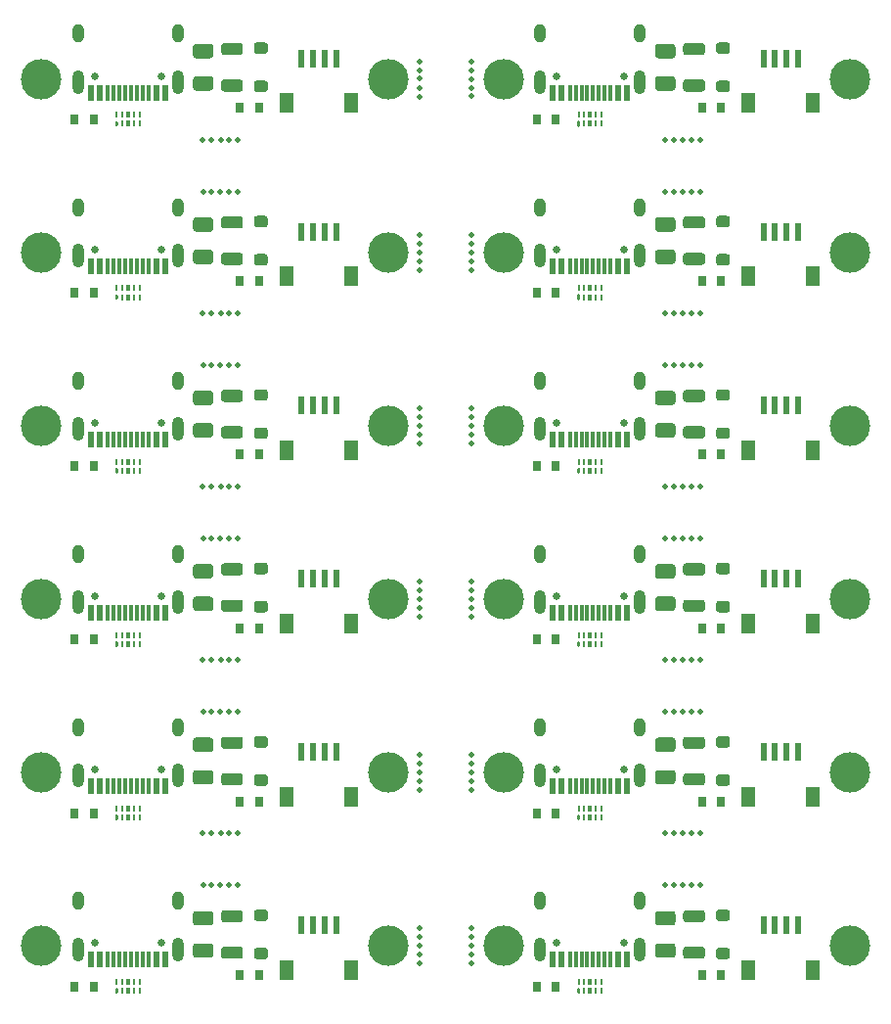
<source format=gbr>
%TF.GenerationSoftware,KiCad,Pcbnew,(5.1.11)-1*%
%TF.CreationDate,2022-08-13T18:26:06+07:00*%
%TF.ProjectId,Eclipse Voyager - Copy,45636c69-7073-4652-9056-6f7961676572,rev?*%
%TF.SameCoordinates,Original*%
%TF.FileFunction,Soldermask,Top*%
%TF.FilePolarity,Negative*%
%FSLAX46Y46*%
G04 Gerber Fmt 4.6, Leading zero omitted, Abs format (unit mm)*
G04 Created by KiCad (PCBNEW (5.1.11)-1) date 2022-08-13 18:26:06*
%MOMM*%
%LPD*%
G01*
G04 APERTURE LIST*
%ADD10O,1.000000X1.600000*%
%ADD11O,1.000000X2.100000*%
%ADD12C,0.650000*%
%ADD13R,0.300000X1.450000*%
%ADD14R,0.600000X1.450000*%
%ADD15C,0.500000*%
%ADD16C,3.500000*%
%ADD17C,2.600000*%
%ADD18R,0.600000X1.550000*%
%ADD19R,1.200000X1.800000*%
%ADD20R,0.800000X0.950000*%
%ADD21R,0.250000X0.550000*%
%ADD22R,0.300000X0.550000*%
G04 APERTURE END LIST*
D10*
%TO.C,USB1*%
X167680000Y-27600000D03*
X176320000Y-27600000D03*
D11*
X167680000Y-31780000D03*
X176320000Y-31780000D03*
D12*
X174890000Y-31250000D03*
X169110000Y-31250000D03*
D13*
X172250000Y-32695000D03*
X171750000Y-32695000D03*
X171250000Y-32695000D03*
X172750000Y-32695000D03*
X170750000Y-32695000D03*
X173250000Y-32695000D03*
X170250000Y-32695000D03*
X173750000Y-32695000D03*
D14*
X174450000Y-32695000D03*
X169550000Y-32695000D03*
X175225000Y-32695000D03*
X168775000Y-32695000D03*
%TD*%
D15*
%TO.C,mouse-bite-3mm-slot*%
X179238000Y-41250000D03*
X178488000Y-41250000D03*
X179988000Y-41250000D03*
X180762000Y-41250000D03*
X181524000Y-41250000D03*
%TD*%
%TO.C,mouse-bite-3mm-slot*%
X178476000Y-96750000D03*
X179238000Y-96750000D03*
X180012000Y-96750000D03*
X181512000Y-96750000D03*
X180762000Y-96750000D03*
%TD*%
%TO.C,mouse-bite-3mm-slot*%
X138476000Y-96750000D03*
X139238000Y-96750000D03*
X140012000Y-96750000D03*
X141512000Y-96750000D03*
X140762000Y-96750000D03*
%TD*%
%TO.C,mouse-bite-3mm-slot*%
X178476000Y-81750000D03*
X179238000Y-81750000D03*
X180012000Y-81750000D03*
X181512000Y-81750000D03*
X180762000Y-81750000D03*
%TD*%
%TO.C,mouse-bite-3mm-slot*%
X138476000Y-81750000D03*
X139238000Y-81750000D03*
X140012000Y-81750000D03*
X141512000Y-81750000D03*
X140762000Y-81750000D03*
%TD*%
%TO.C,mouse-bite-3mm-slot*%
X178476000Y-66750000D03*
X179238000Y-66750000D03*
X180012000Y-66750000D03*
X181512000Y-66750000D03*
X180762000Y-66750000D03*
%TD*%
%TO.C,mouse-bite-3mm-slot*%
X138476000Y-66750000D03*
X139238000Y-66750000D03*
X140012000Y-66750000D03*
X141512000Y-66750000D03*
X140762000Y-66750000D03*
%TD*%
%TO.C,mouse-bite-3mm-slot*%
X178476000Y-51750000D03*
X179238000Y-51750000D03*
X180012000Y-51750000D03*
X181512000Y-51750000D03*
X180762000Y-51750000D03*
%TD*%
%TO.C,mouse-bite-3mm-slot*%
X138476000Y-51750000D03*
X139238000Y-51750000D03*
X140012000Y-51750000D03*
X141512000Y-51750000D03*
X140762000Y-51750000D03*
%TD*%
%TO.C,mouse-bite-3mm-slot*%
X178476000Y-36750000D03*
X179238000Y-36750000D03*
X180012000Y-36750000D03*
X181512000Y-36750000D03*
X180762000Y-36750000D03*
%TD*%
%TO.C,mouse-bite-3mm-slot*%
X179238000Y-101250000D03*
X178488000Y-101250000D03*
X179988000Y-101250000D03*
X180762000Y-101250000D03*
X181524000Y-101250000D03*
%TD*%
%TO.C,mouse-bite-3mm-slot*%
X139238000Y-101250000D03*
X138488000Y-101250000D03*
X139988000Y-101250000D03*
X140762000Y-101250000D03*
X141524000Y-101250000D03*
%TD*%
%TO.C,mouse-bite-3mm-slot*%
X179238000Y-86250000D03*
X178488000Y-86250000D03*
X179988000Y-86250000D03*
X180762000Y-86250000D03*
X181524000Y-86250000D03*
%TD*%
%TO.C,mouse-bite-3mm-slot*%
X139238000Y-86250000D03*
X138488000Y-86250000D03*
X139988000Y-86250000D03*
X140762000Y-86250000D03*
X141524000Y-86250000D03*
%TD*%
%TO.C,mouse-bite-3mm-slot*%
X179238000Y-71250000D03*
X178488000Y-71250000D03*
X179988000Y-71250000D03*
X180762000Y-71250000D03*
X181524000Y-71250000D03*
%TD*%
%TO.C,mouse-bite-3mm-slot*%
X139238000Y-71250000D03*
X138488000Y-71250000D03*
X139988000Y-71250000D03*
X140762000Y-71250000D03*
X141524000Y-71250000D03*
%TD*%
%TO.C,mouse-bite-3mm-slot*%
X179238000Y-56250000D03*
X178488000Y-56250000D03*
X179988000Y-56250000D03*
X180762000Y-56250000D03*
X181524000Y-56250000D03*
%TD*%
%TO.C,mouse-bite-3mm-slot*%
X139238000Y-56250000D03*
X138488000Y-56250000D03*
X139988000Y-56250000D03*
X140762000Y-56250000D03*
X141524000Y-56250000D03*
%TD*%
%TO.C,mouse-bite-3mm-slot*%
X179238000Y-41250000D03*
X178488000Y-41250000D03*
X179988000Y-41250000D03*
X180762000Y-41250000D03*
X181524000Y-41250000D03*
%TD*%
%TO.C,mouse-bite-3mm-slot*%
X141524000Y-41250000D03*
X140762000Y-41250000D03*
X139988000Y-41250000D03*
X138488000Y-41250000D03*
X139238000Y-41250000D03*
%TD*%
%TO.C,mouse-bite-3mm-slot*%
X140762000Y-36750000D03*
X141512000Y-36750000D03*
X140012000Y-36750000D03*
X139238000Y-36750000D03*
X138476000Y-36750000D03*
%TD*%
%TO.C,mouse-bite-3mm-slot*%
X157250000Y-108024000D03*
X157250000Y-107262000D03*
X157250000Y-106488000D03*
X157250000Y-104988000D03*
X157250000Y-105738000D03*
%TD*%
%TO.C,mouse-bite-3mm-slot*%
X157250000Y-93024000D03*
X157250000Y-92262000D03*
X157250000Y-91488000D03*
X157250000Y-89988000D03*
X157250000Y-90738000D03*
%TD*%
%TO.C,mouse-bite-3mm-slot*%
X157250000Y-78024000D03*
X157250000Y-77262000D03*
X157250000Y-76488000D03*
X157250000Y-74988000D03*
X157250000Y-75738000D03*
%TD*%
%TO.C,mouse-bite-3mm-slot*%
X157250000Y-63024000D03*
X157250000Y-62262000D03*
X157250000Y-61488000D03*
X157250000Y-59988000D03*
X157250000Y-60738000D03*
%TD*%
%TO.C,mouse-bite-3mm-slot*%
X157250000Y-48024000D03*
X157250000Y-47262000D03*
X157250000Y-46488000D03*
X157250000Y-44988000D03*
X157250000Y-45738000D03*
%TD*%
%TO.C,mouse-bite-3mm-slot*%
X161750000Y-107262000D03*
X161750000Y-108012000D03*
X161750000Y-106512000D03*
X161750000Y-105738000D03*
X161750000Y-104976000D03*
%TD*%
%TO.C,mouse-bite-3mm-slot*%
X161750000Y-92262000D03*
X161750000Y-93012000D03*
X161750000Y-91512000D03*
X161750000Y-90738000D03*
X161750000Y-89976000D03*
%TD*%
%TO.C,mouse-bite-3mm-slot*%
X161750000Y-77262000D03*
X161750000Y-78012000D03*
X161750000Y-76512000D03*
X161750000Y-75738000D03*
X161750000Y-74976000D03*
%TD*%
%TO.C,mouse-bite-3mm-slot*%
X161750000Y-62262000D03*
X161750000Y-63012000D03*
X161750000Y-61512000D03*
X161750000Y-60738000D03*
X161750000Y-59976000D03*
%TD*%
%TO.C,mouse-bite-3mm-slot*%
X161750000Y-47262000D03*
X161750000Y-48012000D03*
X161750000Y-46512000D03*
X161750000Y-45738000D03*
X161750000Y-44976000D03*
%TD*%
%TO.C,mouse-bite-3mm-slot*%
X161750000Y-29976000D03*
X161750000Y-30738000D03*
X161750000Y-31512000D03*
X161750000Y-33012000D03*
X161750000Y-32262000D03*
%TD*%
%TO.C,mouse-bite-3mm-slot*%
X157250000Y-30738000D03*
X157250000Y-29988000D03*
X157250000Y-31488000D03*
X157250000Y-32262000D03*
X157250000Y-33024000D03*
%TD*%
D16*
%TO.C,H1*%
X194500000Y-106500000D03*
%TD*%
%TO.C,H1*%
X154500000Y-106500000D03*
%TD*%
%TO.C,H1*%
X194500000Y-91500000D03*
%TD*%
%TO.C,H1*%
X154500000Y-91500000D03*
%TD*%
%TO.C,H1*%
X194500000Y-76500000D03*
%TD*%
%TO.C,H1*%
X154500000Y-76500000D03*
%TD*%
%TO.C,H1*%
X194500000Y-61500000D03*
%TD*%
%TO.C,H1*%
X154500000Y-61500000D03*
%TD*%
%TO.C,H1*%
X194500000Y-46500000D03*
%TD*%
%TO.C,H1*%
X154500000Y-46500000D03*
%TD*%
%TO.C,H1*%
X194500000Y-31500000D03*
%TD*%
D17*
%TO.C,H2*%
X164500000Y-106500000D03*
D16*
X164500000Y-106500000D03*
%TD*%
D17*
%TO.C,H2*%
X124500000Y-106500000D03*
D16*
X124500000Y-106500000D03*
%TD*%
D17*
%TO.C,H2*%
X164500000Y-91500000D03*
D16*
X164500000Y-91500000D03*
%TD*%
D17*
%TO.C,H2*%
X124500000Y-91500000D03*
D16*
X124500000Y-91500000D03*
%TD*%
D17*
%TO.C,H2*%
X164500000Y-76500000D03*
D16*
X164500000Y-76500000D03*
%TD*%
D17*
%TO.C,H2*%
X124500000Y-76500000D03*
D16*
X124500000Y-76500000D03*
%TD*%
D17*
%TO.C,H2*%
X164500000Y-61500000D03*
D16*
X164500000Y-61500000D03*
%TD*%
D17*
%TO.C,H2*%
X124500000Y-61500000D03*
D16*
X124500000Y-61500000D03*
%TD*%
D17*
%TO.C,H2*%
X164500000Y-46500000D03*
D16*
X164500000Y-46500000D03*
%TD*%
D17*
%TO.C,H2*%
X124500000Y-46500000D03*
D16*
X124500000Y-46500000D03*
%TD*%
D17*
%TO.C,H2*%
X164500000Y-31500000D03*
D16*
X164500000Y-31500000D03*
%TD*%
D18*
%TO.C,J1*%
X189000000Y-104725000D03*
X190000000Y-104725000D03*
X188000000Y-104725000D03*
X187000000Y-104725000D03*
D19*
X185700000Y-108600000D03*
X191300000Y-108600000D03*
%TD*%
D18*
%TO.C,J1*%
X149000000Y-104725000D03*
X150000000Y-104725000D03*
X148000000Y-104725000D03*
X147000000Y-104725000D03*
D19*
X145700000Y-108600000D03*
X151300000Y-108600000D03*
%TD*%
D18*
%TO.C,J1*%
X189000000Y-89725000D03*
X190000000Y-89725000D03*
X188000000Y-89725000D03*
X187000000Y-89725000D03*
D19*
X185700000Y-93600000D03*
X191300000Y-93600000D03*
%TD*%
D18*
%TO.C,J1*%
X149000000Y-89725000D03*
X150000000Y-89725000D03*
X148000000Y-89725000D03*
X147000000Y-89725000D03*
D19*
X145700000Y-93600000D03*
X151300000Y-93600000D03*
%TD*%
D18*
%TO.C,J1*%
X189000000Y-74725000D03*
X190000000Y-74725000D03*
X188000000Y-74725000D03*
X187000000Y-74725000D03*
D19*
X185700000Y-78600000D03*
X191300000Y-78600000D03*
%TD*%
D18*
%TO.C,J1*%
X149000000Y-74725000D03*
X150000000Y-74725000D03*
X148000000Y-74725000D03*
X147000000Y-74725000D03*
D19*
X145700000Y-78600000D03*
X151300000Y-78600000D03*
%TD*%
D18*
%TO.C,J1*%
X189000000Y-59725000D03*
X190000000Y-59725000D03*
X188000000Y-59725000D03*
X187000000Y-59725000D03*
D19*
X185700000Y-63600000D03*
X191300000Y-63600000D03*
%TD*%
D18*
%TO.C,J1*%
X149000000Y-59725000D03*
X150000000Y-59725000D03*
X148000000Y-59725000D03*
X147000000Y-59725000D03*
D19*
X145700000Y-63600000D03*
X151300000Y-63600000D03*
%TD*%
D18*
%TO.C,J1*%
X189000000Y-44725000D03*
X190000000Y-44725000D03*
X188000000Y-44725000D03*
X187000000Y-44725000D03*
D19*
X185700000Y-48600000D03*
X191300000Y-48600000D03*
%TD*%
D18*
%TO.C,J1*%
X149000000Y-44725000D03*
X150000000Y-44725000D03*
X148000000Y-44725000D03*
X147000000Y-44725000D03*
D19*
X145700000Y-48600000D03*
X151300000Y-48600000D03*
%TD*%
D18*
%TO.C,J1*%
X189000000Y-29725000D03*
X190000000Y-29725000D03*
X188000000Y-29725000D03*
X187000000Y-29725000D03*
D19*
X185700000Y-33600000D03*
X191300000Y-33600000D03*
%TD*%
%TO.C,L1*%
G36*
G01*
X181700001Y-107600000D02*
X180299999Y-107600000D01*
G75*
G02*
X180050000Y-107350001I0J249999D01*
G01*
X180050000Y-106799999D01*
G75*
G02*
X180299999Y-106550000I249999J0D01*
G01*
X181700001Y-106550000D01*
G75*
G02*
X181950000Y-106799999I0J-249999D01*
G01*
X181950000Y-107350001D01*
G75*
G02*
X181700001Y-107600000I-249999J0D01*
G01*
G37*
G36*
G01*
X181700001Y-104450000D02*
X180299999Y-104450000D01*
G75*
G02*
X180050000Y-104200001I0J249999D01*
G01*
X180050000Y-103649999D01*
G75*
G02*
X180299999Y-103400000I249999J0D01*
G01*
X181700001Y-103400000D01*
G75*
G02*
X181950000Y-103649999I0J-249999D01*
G01*
X181950000Y-104200001D01*
G75*
G02*
X181700001Y-104450000I-249999J0D01*
G01*
G37*
%TD*%
%TO.C,L1*%
G36*
G01*
X141700001Y-107600000D02*
X140299999Y-107600000D01*
G75*
G02*
X140050000Y-107350001I0J249999D01*
G01*
X140050000Y-106799999D01*
G75*
G02*
X140299999Y-106550000I249999J0D01*
G01*
X141700001Y-106550000D01*
G75*
G02*
X141950000Y-106799999I0J-249999D01*
G01*
X141950000Y-107350001D01*
G75*
G02*
X141700001Y-107600000I-249999J0D01*
G01*
G37*
G36*
G01*
X141700001Y-104450000D02*
X140299999Y-104450000D01*
G75*
G02*
X140050000Y-104200001I0J249999D01*
G01*
X140050000Y-103649999D01*
G75*
G02*
X140299999Y-103400000I249999J0D01*
G01*
X141700001Y-103400000D01*
G75*
G02*
X141950000Y-103649999I0J-249999D01*
G01*
X141950000Y-104200001D01*
G75*
G02*
X141700001Y-104450000I-249999J0D01*
G01*
G37*
%TD*%
%TO.C,L1*%
G36*
G01*
X181700001Y-92600000D02*
X180299999Y-92600000D01*
G75*
G02*
X180050000Y-92350001I0J249999D01*
G01*
X180050000Y-91799999D01*
G75*
G02*
X180299999Y-91550000I249999J0D01*
G01*
X181700001Y-91550000D01*
G75*
G02*
X181950000Y-91799999I0J-249999D01*
G01*
X181950000Y-92350001D01*
G75*
G02*
X181700001Y-92600000I-249999J0D01*
G01*
G37*
G36*
G01*
X181700001Y-89450000D02*
X180299999Y-89450000D01*
G75*
G02*
X180050000Y-89200001I0J249999D01*
G01*
X180050000Y-88649999D01*
G75*
G02*
X180299999Y-88400000I249999J0D01*
G01*
X181700001Y-88400000D01*
G75*
G02*
X181950000Y-88649999I0J-249999D01*
G01*
X181950000Y-89200001D01*
G75*
G02*
X181700001Y-89450000I-249999J0D01*
G01*
G37*
%TD*%
%TO.C,L1*%
G36*
G01*
X141700001Y-92600000D02*
X140299999Y-92600000D01*
G75*
G02*
X140050000Y-92350001I0J249999D01*
G01*
X140050000Y-91799999D01*
G75*
G02*
X140299999Y-91550000I249999J0D01*
G01*
X141700001Y-91550000D01*
G75*
G02*
X141950000Y-91799999I0J-249999D01*
G01*
X141950000Y-92350001D01*
G75*
G02*
X141700001Y-92600000I-249999J0D01*
G01*
G37*
G36*
G01*
X141700001Y-89450000D02*
X140299999Y-89450000D01*
G75*
G02*
X140050000Y-89200001I0J249999D01*
G01*
X140050000Y-88649999D01*
G75*
G02*
X140299999Y-88400000I249999J0D01*
G01*
X141700001Y-88400000D01*
G75*
G02*
X141950000Y-88649999I0J-249999D01*
G01*
X141950000Y-89200001D01*
G75*
G02*
X141700001Y-89450000I-249999J0D01*
G01*
G37*
%TD*%
%TO.C,L1*%
G36*
G01*
X181700001Y-77600000D02*
X180299999Y-77600000D01*
G75*
G02*
X180050000Y-77350001I0J249999D01*
G01*
X180050000Y-76799999D01*
G75*
G02*
X180299999Y-76550000I249999J0D01*
G01*
X181700001Y-76550000D01*
G75*
G02*
X181950000Y-76799999I0J-249999D01*
G01*
X181950000Y-77350001D01*
G75*
G02*
X181700001Y-77600000I-249999J0D01*
G01*
G37*
G36*
G01*
X181700001Y-74450000D02*
X180299999Y-74450000D01*
G75*
G02*
X180050000Y-74200001I0J249999D01*
G01*
X180050000Y-73649999D01*
G75*
G02*
X180299999Y-73400000I249999J0D01*
G01*
X181700001Y-73400000D01*
G75*
G02*
X181950000Y-73649999I0J-249999D01*
G01*
X181950000Y-74200001D01*
G75*
G02*
X181700001Y-74450000I-249999J0D01*
G01*
G37*
%TD*%
%TO.C,L1*%
G36*
G01*
X141700001Y-77600000D02*
X140299999Y-77600000D01*
G75*
G02*
X140050000Y-77350001I0J249999D01*
G01*
X140050000Y-76799999D01*
G75*
G02*
X140299999Y-76550000I249999J0D01*
G01*
X141700001Y-76550000D01*
G75*
G02*
X141950000Y-76799999I0J-249999D01*
G01*
X141950000Y-77350001D01*
G75*
G02*
X141700001Y-77600000I-249999J0D01*
G01*
G37*
G36*
G01*
X141700001Y-74450000D02*
X140299999Y-74450000D01*
G75*
G02*
X140050000Y-74200001I0J249999D01*
G01*
X140050000Y-73649999D01*
G75*
G02*
X140299999Y-73400000I249999J0D01*
G01*
X141700001Y-73400000D01*
G75*
G02*
X141950000Y-73649999I0J-249999D01*
G01*
X141950000Y-74200001D01*
G75*
G02*
X141700001Y-74450000I-249999J0D01*
G01*
G37*
%TD*%
%TO.C,L1*%
G36*
G01*
X181700001Y-62600000D02*
X180299999Y-62600000D01*
G75*
G02*
X180050000Y-62350001I0J249999D01*
G01*
X180050000Y-61799999D01*
G75*
G02*
X180299999Y-61550000I249999J0D01*
G01*
X181700001Y-61550000D01*
G75*
G02*
X181950000Y-61799999I0J-249999D01*
G01*
X181950000Y-62350001D01*
G75*
G02*
X181700001Y-62600000I-249999J0D01*
G01*
G37*
G36*
G01*
X181700001Y-59450000D02*
X180299999Y-59450000D01*
G75*
G02*
X180050000Y-59200001I0J249999D01*
G01*
X180050000Y-58649999D01*
G75*
G02*
X180299999Y-58400000I249999J0D01*
G01*
X181700001Y-58400000D01*
G75*
G02*
X181950000Y-58649999I0J-249999D01*
G01*
X181950000Y-59200001D01*
G75*
G02*
X181700001Y-59450000I-249999J0D01*
G01*
G37*
%TD*%
%TO.C,L1*%
G36*
G01*
X141700001Y-62600000D02*
X140299999Y-62600000D01*
G75*
G02*
X140050000Y-62350001I0J249999D01*
G01*
X140050000Y-61799999D01*
G75*
G02*
X140299999Y-61550000I249999J0D01*
G01*
X141700001Y-61550000D01*
G75*
G02*
X141950000Y-61799999I0J-249999D01*
G01*
X141950000Y-62350001D01*
G75*
G02*
X141700001Y-62600000I-249999J0D01*
G01*
G37*
G36*
G01*
X141700001Y-59450000D02*
X140299999Y-59450000D01*
G75*
G02*
X140050000Y-59200001I0J249999D01*
G01*
X140050000Y-58649999D01*
G75*
G02*
X140299999Y-58400000I249999J0D01*
G01*
X141700001Y-58400000D01*
G75*
G02*
X141950000Y-58649999I0J-249999D01*
G01*
X141950000Y-59200001D01*
G75*
G02*
X141700001Y-59450000I-249999J0D01*
G01*
G37*
%TD*%
%TO.C,L1*%
G36*
G01*
X181700001Y-47600000D02*
X180299999Y-47600000D01*
G75*
G02*
X180050000Y-47350001I0J249999D01*
G01*
X180050000Y-46799999D01*
G75*
G02*
X180299999Y-46550000I249999J0D01*
G01*
X181700001Y-46550000D01*
G75*
G02*
X181950000Y-46799999I0J-249999D01*
G01*
X181950000Y-47350001D01*
G75*
G02*
X181700001Y-47600000I-249999J0D01*
G01*
G37*
G36*
G01*
X181700001Y-44450000D02*
X180299999Y-44450000D01*
G75*
G02*
X180050000Y-44200001I0J249999D01*
G01*
X180050000Y-43649999D01*
G75*
G02*
X180299999Y-43400000I249999J0D01*
G01*
X181700001Y-43400000D01*
G75*
G02*
X181950000Y-43649999I0J-249999D01*
G01*
X181950000Y-44200001D01*
G75*
G02*
X181700001Y-44450000I-249999J0D01*
G01*
G37*
%TD*%
%TO.C,L1*%
G36*
G01*
X141700001Y-47600000D02*
X140299999Y-47600000D01*
G75*
G02*
X140050000Y-47350001I0J249999D01*
G01*
X140050000Y-46799999D01*
G75*
G02*
X140299999Y-46550000I249999J0D01*
G01*
X141700001Y-46550000D01*
G75*
G02*
X141950000Y-46799999I0J-249999D01*
G01*
X141950000Y-47350001D01*
G75*
G02*
X141700001Y-47600000I-249999J0D01*
G01*
G37*
G36*
G01*
X141700001Y-44450000D02*
X140299999Y-44450000D01*
G75*
G02*
X140050000Y-44200001I0J249999D01*
G01*
X140050000Y-43649999D01*
G75*
G02*
X140299999Y-43400000I249999J0D01*
G01*
X141700001Y-43400000D01*
G75*
G02*
X141950000Y-43649999I0J-249999D01*
G01*
X141950000Y-44200001D01*
G75*
G02*
X141700001Y-44450000I-249999J0D01*
G01*
G37*
%TD*%
%TO.C,L1*%
G36*
G01*
X181700001Y-32600000D02*
X180299999Y-32600000D01*
G75*
G02*
X180050000Y-32350001I0J249999D01*
G01*
X180050000Y-31799999D01*
G75*
G02*
X180299999Y-31550000I249999J0D01*
G01*
X181700001Y-31550000D01*
G75*
G02*
X181950000Y-31799999I0J-249999D01*
G01*
X181950000Y-32350001D01*
G75*
G02*
X181700001Y-32600000I-249999J0D01*
G01*
G37*
G36*
G01*
X181700001Y-29450000D02*
X180299999Y-29450000D01*
G75*
G02*
X180050000Y-29200001I0J249999D01*
G01*
X180050000Y-28649999D01*
G75*
G02*
X180299999Y-28400000I249999J0D01*
G01*
X181700001Y-28400000D01*
G75*
G02*
X181950000Y-28649999I0J-249999D01*
G01*
X181950000Y-29200001D01*
G75*
G02*
X181700001Y-29450000I-249999J0D01*
G01*
G37*
%TD*%
%TO.C,F1*%
G36*
G01*
X179125000Y-107525000D02*
X177875000Y-107525000D01*
G75*
G02*
X177625000Y-107275000I0J250000D01*
G01*
X177625000Y-106525000D01*
G75*
G02*
X177875000Y-106275000I250000J0D01*
G01*
X179125000Y-106275000D01*
G75*
G02*
X179375000Y-106525000I0J-250000D01*
G01*
X179375000Y-107275000D01*
G75*
G02*
X179125000Y-107525000I-250000J0D01*
G01*
G37*
G36*
G01*
X179125000Y-104725000D02*
X177875000Y-104725000D01*
G75*
G02*
X177625000Y-104475000I0J250000D01*
G01*
X177625000Y-103725000D01*
G75*
G02*
X177875000Y-103475000I250000J0D01*
G01*
X179125000Y-103475000D01*
G75*
G02*
X179375000Y-103725000I0J-250000D01*
G01*
X179375000Y-104475000D01*
G75*
G02*
X179125000Y-104725000I-250000J0D01*
G01*
G37*
%TD*%
%TO.C,F1*%
G36*
G01*
X139125000Y-107525000D02*
X137875000Y-107525000D01*
G75*
G02*
X137625000Y-107275000I0J250000D01*
G01*
X137625000Y-106525000D01*
G75*
G02*
X137875000Y-106275000I250000J0D01*
G01*
X139125000Y-106275000D01*
G75*
G02*
X139375000Y-106525000I0J-250000D01*
G01*
X139375000Y-107275000D01*
G75*
G02*
X139125000Y-107525000I-250000J0D01*
G01*
G37*
G36*
G01*
X139125000Y-104725000D02*
X137875000Y-104725000D01*
G75*
G02*
X137625000Y-104475000I0J250000D01*
G01*
X137625000Y-103725000D01*
G75*
G02*
X137875000Y-103475000I250000J0D01*
G01*
X139125000Y-103475000D01*
G75*
G02*
X139375000Y-103725000I0J-250000D01*
G01*
X139375000Y-104475000D01*
G75*
G02*
X139125000Y-104725000I-250000J0D01*
G01*
G37*
%TD*%
%TO.C,F1*%
G36*
G01*
X179125000Y-92525000D02*
X177875000Y-92525000D01*
G75*
G02*
X177625000Y-92275000I0J250000D01*
G01*
X177625000Y-91525000D01*
G75*
G02*
X177875000Y-91275000I250000J0D01*
G01*
X179125000Y-91275000D01*
G75*
G02*
X179375000Y-91525000I0J-250000D01*
G01*
X179375000Y-92275000D01*
G75*
G02*
X179125000Y-92525000I-250000J0D01*
G01*
G37*
G36*
G01*
X179125000Y-89725000D02*
X177875000Y-89725000D01*
G75*
G02*
X177625000Y-89475000I0J250000D01*
G01*
X177625000Y-88725000D01*
G75*
G02*
X177875000Y-88475000I250000J0D01*
G01*
X179125000Y-88475000D01*
G75*
G02*
X179375000Y-88725000I0J-250000D01*
G01*
X179375000Y-89475000D01*
G75*
G02*
X179125000Y-89725000I-250000J0D01*
G01*
G37*
%TD*%
%TO.C,F1*%
G36*
G01*
X139125000Y-92525000D02*
X137875000Y-92525000D01*
G75*
G02*
X137625000Y-92275000I0J250000D01*
G01*
X137625000Y-91525000D01*
G75*
G02*
X137875000Y-91275000I250000J0D01*
G01*
X139125000Y-91275000D01*
G75*
G02*
X139375000Y-91525000I0J-250000D01*
G01*
X139375000Y-92275000D01*
G75*
G02*
X139125000Y-92525000I-250000J0D01*
G01*
G37*
G36*
G01*
X139125000Y-89725000D02*
X137875000Y-89725000D01*
G75*
G02*
X137625000Y-89475000I0J250000D01*
G01*
X137625000Y-88725000D01*
G75*
G02*
X137875000Y-88475000I250000J0D01*
G01*
X139125000Y-88475000D01*
G75*
G02*
X139375000Y-88725000I0J-250000D01*
G01*
X139375000Y-89475000D01*
G75*
G02*
X139125000Y-89725000I-250000J0D01*
G01*
G37*
%TD*%
%TO.C,F1*%
G36*
G01*
X179125000Y-77525000D02*
X177875000Y-77525000D01*
G75*
G02*
X177625000Y-77275000I0J250000D01*
G01*
X177625000Y-76525000D01*
G75*
G02*
X177875000Y-76275000I250000J0D01*
G01*
X179125000Y-76275000D01*
G75*
G02*
X179375000Y-76525000I0J-250000D01*
G01*
X179375000Y-77275000D01*
G75*
G02*
X179125000Y-77525000I-250000J0D01*
G01*
G37*
G36*
G01*
X179125000Y-74725000D02*
X177875000Y-74725000D01*
G75*
G02*
X177625000Y-74475000I0J250000D01*
G01*
X177625000Y-73725000D01*
G75*
G02*
X177875000Y-73475000I250000J0D01*
G01*
X179125000Y-73475000D01*
G75*
G02*
X179375000Y-73725000I0J-250000D01*
G01*
X179375000Y-74475000D01*
G75*
G02*
X179125000Y-74725000I-250000J0D01*
G01*
G37*
%TD*%
%TO.C,F1*%
G36*
G01*
X139125000Y-77525000D02*
X137875000Y-77525000D01*
G75*
G02*
X137625000Y-77275000I0J250000D01*
G01*
X137625000Y-76525000D01*
G75*
G02*
X137875000Y-76275000I250000J0D01*
G01*
X139125000Y-76275000D01*
G75*
G02*
X139375000Y-76525000I0J-250000D01*
G01*
X139375000Y-77275000D01*
G75*
G02*
X139125000Y-77525000I-250000J0D01*
G01*
G37*
G36*
G01*
X139125000Y-74725000D02*
X137875000Y-74725000D01*
G75*
G02*
X137625000Y-74475000I0J250000D01*
G01*
X137625000Y-73725000D01*
G75*
G02*
X137875000Y-73475000I250000J0D01*
G01*
X139125000Y-73475000D01*
G75*
G02*
X139375000Y-73725000I0J-250000D01*
G01*
X139375000Y-74475000D01*
G75*
G02*
X139125000Y-74725000I-250000J0D01*
G01*
G37*
%TD*%
%TO.C,F1*%
G36*
G01*
X179125000Y-62525000D02*
X177875000Y-62525000D01*
G75*
G02*
X177625000Y-62275000I0J250000D01*
G01*
X177625000Y-61525000D01*
G75*
G02*
X177875000Y-61275000I250000J0D01*
G01*
X179125000Y-61275000D01*
G75*
G02*
X179375000Y-61525000I0J-250000D01*
G01*
X179375000Y-62275000D01*
G75*
G02*
X179125000Y-62525000I-250000J0D01*
G01*
G37*
G36*
G01*
X179125000Y-59725000D02*
X177875000Y-59725000D01*
G75*
G02*
X177625000Y-59475000I0J250000D01*
G01*
X177625000Y-58725000D01*
G75*
G02*
X177875000Y-58475000I250000J0D01*
G01*
X179125000Y-58475000D01*
G75*
G02*
X179375000Y-58725000I0J-250000D01*
G01*
X179375000Y-59475000D01*
G75*
G02*
X179125000Y-59725000I-250000J0D01*
G01*
G37*
%TD*%
%TO.C,F1*%
G36*
G01*
X139125000Y-62525000D02*
X137875000Y-62525000D01*
G75*
G02*
X137625000Y-62275000I0J250000D01*
G01*
X137625000Y-61525000D01*
G75*
G02*
X137875000Y-61275000I250000J0D01*
G01*
X139125000Y-61275000D01*
G75*
G02*
X139375000Y-61525000I0J-250000D01*
G01*
X139375000Y-62275000D01*
G75*
G02*
X139125000Y-62525000I-250000J0D01*
G01*
G37*
G36*
G01*
X139125000Y-59725000D02*
X137875000Y-59725000D01*
G75*
G02*
X137625000Y-59475000I0J250000D01*
G01*
X137625000Y-58725000D01*
G75*
G02*
X137875000Y-58475000I250000J0D01*
G01*
X139125000Y-58475000D01*
G75*
G02*
X139375000Y-58725000I0J-250000D01*
G01*
X139375000Y-59475000D01*
G75*
G02*
X139125000Y-59725000I-250000J0D01*
G01*
G37*
%TD*%
%TO.C,F1*%
G36*
G01*
X179125000Y-47525000D02*
X177875000Y-47525000D01*
G75*
G02*
X177625000Y-47275000I0J250000D01*
G01*
X177625000Y-46525000D01*
G75*
G02*
X177875000Y-46275000I250000J0D01*
G01*
X179125000Y-46275000D01*
G75*
G02*
X179375000Y-46525000I0J-250000D01*
G01*
X179375000Y-47275000D01*
G75*
G02*
X179125000Y-47525000I-250000J0D01*
G01*
G37*
G36*
G01*
X179125000Y-44725000D02*
X177875000Y-44725000D01*
G75*
G02*
X177625000Y-44475000I0J250000D01*
G01*
X177625000Y-43725000D01*
G75*
G02*
X177875000Y-43475000I250000J0D01*
G01*
X179125000Y-43475000D01*
G75*
G02*
X179375000Y-43725000I0J-250000D01*
G01*
X179375000Y-44475000D01*
G75*
G02*
X179125000Y-44725000I-250000J0D01*
G01*
G37*
%TD*%
%TO.C,F1*%
G36*
G01*
X139125000Y-47525000D02*
X137875000Y-47525000D01*
G75*
G02*
X137625000Y-47275000I0J250000D01*
G01*
X137625000Y-46525000D01*
G75*
G02*
X137875000Y-46275000I250000J0D01*
G01*
X139125000Y-46275000D01*
G75*
G02*
X139375000Y-46525000I0J-250000D01*
G01*
X139375000Y-47275000D01*
G75*
G02*
X139125000Y-47525000I-250000J0D01*
G01*
G37*
G36*
G01*
X139125000Y-44725000D02*
X137875000Y-44725000D01*
G75*
G02*
X137625000Y-44475000I0J250000D01*
G01*
X137625000Y-43725000D01*
G75*
G02*
X137875000Y-43475000I250000J0D01*
G01*
X139125000Y-43475000D01*
G75*
G02*
X139375000Y-43725000I0J-250000D01*
G01*
X139375000Y-44475000D01*
G75*
G02*
X139125000Y-44725000I-250000J0D01*
G01*
G37*
%TD*%
%TO.C,F1*%
G36*
G01*
X179125000Y-32525000D02*
X177875000Y-32525000D01*
G75*
G02*
X177625000Y-32275000I0J250000D01*
G01*
X177625000Y-31525000D01*
G75*
G02*
X177875000Y-31275000I250000J0D01*
G01*
X179125000Y-31275000D01*
G75*
G02*
X179375000Y-31525000I0J-250000D01*
G01*
X179375000Y-32275000D01*
G75*
G02*
X179125000Y-32525000I-250000J0D01*
G01*
G37*
G36*
G01*
X179125000Y-29725000D02*
X177875000Y-29725000D01*
G75*
G02*
X177625000Y-29475000I0J250000D01*
G01*
X177625000Y-28725000D01*
G75*
G02*
X177875000Y-28475000I250000J0D01*
G01*
X179125000Y-28475000D01*
G75*
G02*
X179375000Y-28725000I0J-250000D01*
G01*
X179375000Y-29475000D01*
G75*
G02*
X179125000Y-29725000I-250000J0D01*
G01*
G37*
%TD*%
D20*
%TO.C,R2*%
X167375000Y-110000000D03*
X169025000Y-110000000D03*
%TD*%
%TO.C,R2*%
X127375000Y-110000000D03*
X129025000Y-110000000D03*
%TD*%
%TO.C,R2*%
X167375000Y-95000000D03*
X169025000Y-95000000D03*
%TD*%
%TO.C,R2*%
X127375000Y-95000000D03*
X129025000Y-95000000D03*
%TD*%
%TO.C,R2*%
X167375000Y-80000000D03*
X169025000Y-80000000D03*
%TD*%
%TO.C,R2*%
X127375000Y-80000000D03*
X129025000Y-80000000D03*
%TD*%
%TO.C,R2*%
X167375000Y-65000000D03*
X169025000Y-65000000D03*
%TD*%
%TO.C,R2*%
X127375000Y-65000000D03*
X129025000Y-65000000D03*
%TD*%
%TO.C,R2*%
X167375000Y-50000000D03*
X169025000Y-50000000D03*
%TD*%
%TO.C,R2*%
X127375000Y-50000000D03*
X129025000Y-50000000D03*
%TD*%
%TO.C,R2*%
X167375000Y-35000000D03*
X169025000Y-35000000D03*
%TD*%
%TO.C,R1*%
X183325000Y-109000000D03*
X181675000Y-109000000D03*
%TD*%
%TO.C,R1*%
X143325000Y-109000000D03*
X141675000Y-109000000D03*
%TD*%
%TO.C,R1*%
X183325000Y-94000000D03*
X181675000Y-94000000D03*
%TD*%
%TO.C,R1*%
X143325000Y-94000000D03*
X141675000Y-94000000D03*
%TD*%
%TO.C,R1*%
X183325000Y-79000000D03*
X181675000Y-79000000D03*
%TD*%
%TO.C,R1*%
X143325000Y-79000000D03*
X141675000Y-79000000D03*
%TD*%
%TO.C,R1*%
X183325000Y-64000000D03*
X181675000Y-64000000D03*
%TD*%
%TO.C,R1*%
X143325000Y-64000000D03*
X141675000Y-64000000D03*
%TD*%
%TO.C,R1*%
X183325000Y-49000000D03*
X181675000Y-49000000D03*
%TD*%
%TO.C,R1*%
X143325000Y-49000000D03*
X141675000Y-49000000D03*
%TD*%
%TO.C,R1*%
X183325000Y-34000000D03*
X181675000Y-34000000D03*
%TD*%
%TO.C,D1*%
G36*
G01*
X183850000Y-107650000D02*
X183150000Y-107650000D01*
G75*
G02*
X182900000Y-107400000I0J250000D01*
G01*
X182900000Y-106900000D01*
G75*
G02*
X183150000Y-106650000I250000J0D01*
G01*
X183850000Y-106650000D01*
G75*
G02*
X184100000Y-106900000I0J-250000D01*
G01*
X184100000Y-107400000D01*
G75*
G02*
X183850000Y-107650000I-250000J0D01*
G01*
G37*
G36*
G01*
X183850000Y-104350000D02*
X183150000Y-104350000D01*
G75*
G02*
X182900000Y-104100000I0J250000D01*
G01*
X182900000Y-103600000D01*
G75*
G02*
X183150000Y-103350000I250000J0D01*
G01*
X183850000Y-103350000D01*
G75*
G02*
X184100000Y-103600000I0J-250000D01*
G01*
X184100000Y-104100000D01*
G75*
G02*
X183850000Y-104350000I-250000J0D01*
G01*
G37*
%TD*%
%TO.C,D1*%
G36*
G01*
X143850000Y-107650000D02*
X143150000Y-107650000D01*
G75*
G02*
X142900000Y-107400000I0J250000D01*
G01*
X142900000Y-106900000D01*
G75*
G02*
X143150000Y-106650000I250000J0D01*
G01*
X143850000Y-106650000D01*
G75*
G02*
X144100000Y-106900000I0J-250000D01*
G01*
X144100000Y-107400000D01*
G75*
G02*
X143850000Y-107650000I-250000J0D01*
G01*
G37*
G36*
G01*
X143850000Y-104350000D02*
X143150000Y-104350000D01*
G75*
G02*
X142900000Y-104100000I0J250000D01*
G01*
X142900000Y-103600000D01*
G75*
G02*
X143150000Y-103350000I250000J0D01*
G01*
X143850000Y-103350000D01*
G75*
G02*
X144100000Y-103600000I0J-250000D01*
G01*
X144100000Y-104100000D01*
G75*
G02*
X143850000Y-104350000I-250000J0D01*
G01*
G37*
%TD*%
%TO.C,D1*%
G36*
G01*
X183850000Y-92650000D02*
X183150000Y-92650000D01*
G75*
G02*
X182900000Y-92400000I0J250000D01*
G01*
X182900000Y-91900000D01*
G75*
G02*
X183150000Y-91650000I250000J0D01*
G01*
X183850000Y-91650000D01*
G75*
G02*
X184100000Y-91900000I0J-250000D01*
G01*
X184100000Y-92400000D01*
G75*
G02*
X183850000Y-92650000I-250000J0D01*
G01*
G37*
G36*
G01*
X183850000Y-89350000D02*
X183150000Y-89350000D01*
G75*
G02*
X182900000Y-89100000I0J250000D01*
G01*
X182900000Y-88600000D01*
G75*
G02*
X183150000Y-88350000I250000J0D01*
G01*
X183850000Y-88350000D01*
G75*
G02*
X184100000Y-88600000I0J-250000D01*
G01*
X184100000Y-89100000D01*
G75*
G02*
X183850000Y-89350000I-250000J0D01*
G01*
G37*
%TD*%
%TO.C,D1*%
G36*
G01*
X143850000Y-92650000D02*
X143150000Y-92650000D01*
G75*
G02*
X142900000Y-92400000I0J250000D01*
G01*
X142900000Y-91900000D01*
G75*
G02*
X143150000Y-91650000I250000J0D01*
G01*
X143850000Y-91650000D01*
G75*
G02*
X144100000Y-91900000I0J-250000D01*
G01*
X144100000Y-92400000D01*
G75*
G02*
X143850000Y-92650000I-250000J0D01*
G01*
G37*
G36*
G01*
X143850000Y-89350000D02*
X143150000Y-89350000D01*
G75*
G02*
X142900000Y-89100000I0J250000D01*
G01*
X142900000Y-88600000D01*
G75*
G02*
X143150000Y-88350000I250000J0D01*
G01*
X143850000Y-88350000D01*
G75*
G02*
X144100000Y-88600000I0J-250000D01*
G01*
X144100000Y-89100000D01*
G75*
G02*
X143850000Y-89350000I-250000J0D01*
G01*
G37*
%TD*%
%TO.C,D1*%
G36*
G01*
X183850000Y-77650000D02*
X183150000Y-77650000D01*
G75*
G02*
X182900000Y-77400000I0J250000D01*
G01*
X182900000Y-76900000D01*
G75*
G02*
X183150000Y-76650000I250000J0D01*
G01*
X183850000Y-76650000D01*
G75*
G02*
X184100000Y-76900000I0J-250000D01*
G01*
X184100000Y-77400000D01*
G75*
G02*
X183850000Y-77650000I-250000J0D01*
G01*
G37*
G36*
G01*
X183850000Y-74350000D02*
X183150000Y-74350000D01*
G75*
G02*
X182900000Y-74100000I0J250000D01*
G01*
X182900000Y-73600000D01*
G75*
G02*
X183150000Y-73350000I250000J0D01*
G01*
X183850000Y-73350000D01*
G75*
G02*
X184100000Y-73600000I0J-250000D01*
G01*
X184100000Y-74100000D01*
G75*
G02*
X183850000Y-74350000I-250000J0D01*
G01*
G37*
%TD*%
%TO.C,D1*%
G36*
G01*
X143850000Y-77650000D02*
X143150000Y-77650000D01*
G75*
G02*
X142900000Y-77400000I0J250000D01*
G01*
X142900000Y-76900000D01*
G75*
G02*
X143150000Y-76650000I250000J0D01*
G01*
X143850000Y-76650000D01*
G75*
G02*
X144100000Y-76900000I0J-250000D01*
G01*
X144100000Y-77400000D01*
G75*
G02*
X143850000Y-77650000I-250000J0D01*
G01*
G37*
G36*
G01*
X143850000Y-74350000D02*
X143150000Y-74350000D01*
G75*
G02*
X142900000Y-74100000I0J250000D01*
G01*
X142900000Y-73600000D01*
G75*
G02*
X143150000Y-73350000I250000J0D01*
G01*
X143850000Y-73350000D01*
G75*
G02*
X144100000Y-73600000I0J-250000D01*
G01*
X144100000Y-74100000D01*
G75*
G02*
X143850000Y-74350000I-250000J0D01*
G01*
G37*
%TD*%
%TO.C,D1*%
G36*
G01*
X183850000Y-62650000D02*
X183150000Y-62650000D01*
G75*
G02*
X182900000Y-62400000I0J250000D01*
G01*
X182900000Y-61900000D01*
G75*
G02*
X183150000Y-61650000I250000J0D01*
G01*
X183850000Y-61650000D01*
G75*
G02*
X184100000Y-61900000I0J-250000D01*
G01*
X184100000Y-62400000D01*
G75*
G02*
X183850000Y-62650000I-250000J0D01*
G01*
G37*
G36*
G01*
X183850000Y-59350000D02*
X183150000Y-59350000D01*
G75*
G02*
X182900000Y-59100000I0J250000D01*
G01*
X182900000Y-58600000D01*
G75*
G02*
X183150000Y-58350000I250000J0D01*
G01*
X183850000Y-58350000D01*
G75*
G02*
X184100000Y-58600000I0J-250000D01*
G01*
X184100000Y-59100000D01*
G75*
G02*
X183850000Y-59350000I-250000J0D01*
G01*
G37*
%TD*%
%TO.C,D1*%
G36*
G01*
X143850000Y-62650000D02*
X143150000Y-62650000D01*
G75*
G02*
X142900000Y-62400000I0J250000D01*
G01*
X142900000Y-61900000D01*
G75*
G02*
X143150000Y-61650000I250000J0D01*
G01*
X143850000Y-61650000D01*
G75*
G02*
X144100000Y-61900000I0J-250000D01*
G01*
X144100000Y-62400000D01*
G75*
G02*
X143850000Y-62650000I-250000J0D01*
G01*
G37*
G36*
G01*
X143850000Y-59350000D02*
X143150000Y-59350000D01*
G75*
G02*
X142900000Y-59100000I0J250000D01*
G01*
X142900000Y-58600000D01*
G75*
G02*
X143150000Y-58350000I250000J0D01*
G01*
X143850000Y-58350000D01*
G75*
G02*
X144100000Y-58600000I0J-250000D01*
G01*
X144100000Y-59100000D01*
G75*
G02*
X143850000Y-59350000I-250000J0D01*
G01*
G37*
%TD*%
%TO.C,D1*%
G36*
G01*
X183850000Y-47650000D02*
X183150000Y-47650000D01*
G75*
G02*
X182900000Y-47400000I0J250000D01*
G01*
X182900000Y-46900000D01*
G75*
G02*
X183150000Y-46650000I250000J0D01*
G01*
X183850000Y-46650000D01*
G75*
G02*
X184100000Y-46900000I0J-250000D01*
G01*
X184100000Y-47400000D01*
G75*
G02*
X183850000Y-47650000I-250000J0D01*
G01*
G37*
G36*
G01*
X183850000Y-44350000D02*
X183150000Y-44350000D01*
G75*
G02*
X182900000Y-44100000I0J250000D01*
G01*
X182900000Y-43600000D01*
G75*
G02*
X183150000Y-43350000I250000J0D01*
G01*
X183850000Y-43350000D01*
G75*
G02*
X184100000Y-43600000I0J-250000D01*
G01*
X184100000Y-44100000D01*
G75*
G02*
X183850000Y-44350000I-250000J0D01*
G01*
G37*
%TD*%
%TO.C,D1*%
G36*
G01*
X143850000Y-47650000D02*
X143150000Y-47650000D01*
G75*
G02*
X142900000Y-47400000I0J250000D01*
G01*
X142900000Y-46900000D01*
G75*
G02*
X143150000Y-46650000I250000J0D01*
G01*
X143850000Y-46650000D01*
G75*
G02*
X144100000Y-46900000I0J-250000D01*
G01*
X144100000Y-47400000D01*
G75*
G02*
X143850000Y-47650000I-250000J0D01*
G01*
G37*
G36*
G01*
X143850000Y-44350000D02*
X143150000Y-44350000D01*
G75*
G02*
X142900000Y-44100000I0J250000D01*
G01*
X142900000Y-43600000D01*
G75*
G02*
X143150000Y-43350000I250000J0D01*
G01*
X143850000Y-43350000D01*
G75*
G02*
X144100000Y-43600000I0J-250000D01*
G01*
X144100000Y-44100000D01*
G75*
G02*
X143850000Y-44350000I-250000J0D01*
G01*
G37*
%TD*%
%TO.C,D1*%
G36*
G01*
X183850000Y-32650000D02*
X183150000Y-32650000D01*
G75*
G02*
X182900000Y-32400000I0J250000D01*
G01*
X182900000Y-31900000D01*
G75*
G02*
X183150000Y-31650000I250000J0D01*
G01*
X183850000Y-31650000D01*
G75*
G02*
X184100000Y-31900000I0J-250000D01*
G01*
X184100000Y-32400000D01*
G75*
G02*
X183850000Y-32650000I-250000J0D01*
G01*
G37*
G36*
G01*
X183850000Y-29350000D02*
X183150000Y-29350000D01*
G75*
G02*
X182900000Y-29100000I0J250000D01*
G01*
X182900000Y-28600000D01*
G75*
G02*
X183150000Y-28350000I250000J0D01*
G01*
X183850000Y-28350000D01*
G75*
G02*
X184100000Y-28600000I0J-250000D01*
G01*
X184100000Y-29100000D01*
G75*
G02*
X183850000Y-29350000I-250000J0D01*
G01*
G37*
%TD*%
%TO.C,U1*%
G36*
G01*
X170875000Y-110535000D02*
X170875000Y-110235000D01*
G75*
G02*
X171000000Y-110110000I125000J0D01*
G01*
X171000000Y-110110000D01*
G75*
G02*
X171125000Y-110235000I0J-125000D01*
G01*
X171125000Y-110535000D01*
G75*
G02*
X171000000Y-110660000I-125000J0D01*
G01*
X171000000Y-110660000D01*
G75*
G02*
X170875000Y-110535000I0J125000D01*
G01*
G37*
D21*
X171500000Y-110385000D03*
D22*
X172000000Y-110385000D03*
D21*
X172500000Y-110385000D03*
X173000000Y-110385000D03*
X171500000Y-109615000D03*
X173000000Y-109615000D03*
X172500000Y-109615000D03*
X171000000Y-109615000D03*
D22*
X172000000Y-109615000D03*
%TD*%
%TO.C,U1*%
G36*
G01*
X130875000Y-110535000D02*
X130875000Y-110235000D01*
G75*
G02*
X131000000Y-110110000I125000J0D01*
G01*
X131000000Y-110110000D01*
G75*
G02*
X131125000Y-110235000I0J-125000D01*
G01*
X131125000Y-110535000D01*
G75*
G02*
X131000000Y-110660000I-125000J0D01*
G01*
X131000000Y-110660000D01*
G75*
G02*
X130875000Y-110535000I0J125000D01*
G01*
G37*
D21*
X131500000Y-110385000D03*
D22*
X132000000Y-110385000D03*
D21*
X132500000Y-110385000D03*
X133000000Y-110385000D03*
X131500000Y-109615000D03*
X133000000Y-109615000D03*
X132500000Y-109615000D03*
X131000000Y-109615000D03*
D22*
X132000000Y-109615000D03*
%TD*%
%TO.C,U1*%
G36*
G01*
X170875000Y-95535000D02*
X170875000Y-95235000D01*
G75*
G02*
X171000000Y-95110000I125000J0D01*
G01*
X171000000Y-95110000D01*
G75*
G02*
X171125000Y-95235000I0J-125000D01*
G01*
X171125000Y-95535000D01*
G75*
G02*
X171000000Y-95660000I-125000J0D01*
G01*
X171000000Y-95660000D01*
G75*
G02*
X170875000Y-95535000I0J125000D01*
G01*
G37*
D21*
X171500000Y-95385000D03*
D22*
X172000000Y-95385000D03*
D21*
X172500000Y-95385000D03*
X173000000Y-95385000D03*
X171500000Y-94615000D03*
X173000000Y-94615000D03*
X172500000Y-94615000D03*
X171000000Y-94615000D03*
D22*
X172000000Y-94615000D03*
%TD*%
%TO.C,U1*%
G36*
G01*
X130875000Y-95535000D02*
X130875000Y-95235000D01*
G75*
G02*
X131000000Y-95110000I125000J0D01*
G01*
X131000000Y-95110000D01*
G75*
G02*
X131125000Y-95235000I0J-125000D01*
G01*
X131125000Y-95535000D01*
G75*
G02*
X131000000Y-95660000I-125000J0D01*
G01*
X131000000Y-95660000D01*
G75*
G02*
X130875000Y-95535000I0J125000D01*
G01*
G37*
D21*
X131500000Y-95385000D03*
D22*
X132000000Y-95385000D03*
D21*
X132500000Y-95385000D03*
X133000000Y-95385000D03*
X131500000Y-94615000D03*
X133000000Y-94615000D03*
X132500000Y-94615000D03*
X131000000Y-94615000D03*
D22*
X132000000Y-94615000D03*
%TD*%
%TO.C,U1*%
G36*
G01*
X170875000Y-80535000D02*
X170875000Y-80235000D01*
G75*
G02*
X171000000Y-80110000I125000J0D01*
G01*
X171000000Y-80110000D01*
G75*
G02*
X171125000Y-80235000I0J-125000D01*
G01*
X171125000Y-80535000D01*
G75*
G02*
X171000000Y-80660000I-125000J0D01*
G01*
X171000000Y-80660000D01*
G75*
G02*
X170875000Y-80535000I0J125000D01*
G01*
G37*
D21*
X171500000Y-80385000D03*
D22*
X172000000Y-80385000D03*
D21*
X172500000Y-80385000D03*
X173000000Y-80385000D03*
X171500000Y-79615000D03*
X173000000Y-79615000D03*
X172500000Y-79615000D03*
X171000000Y-79615000D03*
D22*
X172000000Y-79615000D03*
%TD*%
%TO.C,U1*%
G36*
G01*
X130875000Y-80535000D02*
X130875000Y-80235000D01*
G75*
G02*
X131000000Y-80110000I125000J0D01*
G01*
X131000000Y-80110000D01*
G75*
G02*
X131125000Y-80235000I0J-125000D01*
G01*
X131125000Y-80535000D01*
G75*
G02*
X131000000Y-80660000I-125000J0D01*
G01*
X131000000Y-80660000D01*
G75*
G02*
X130875000Y-80535000I0J125000D01*
G01*
G37*
D21*
X131500000Y-80385000D03*
D22*
X132000000Y-80385000D03*
D21*
X132500000Y-80385000D03*
X133000000Y-80385000D03*
X131500000Y-79615000D03*
X133000000Y-79615000D03*
X132500000Y-79615000D03*
X131000000Y-79615000D03*
D22*
X132000000Y-79615000D03*
%TD*%
%TO.C,U1*%
G36*
G01*
X170875000Y-65535000D02*
X170875000Y-65235000D01*
G75*
G02*
X171000000Y-65110000I125000J0D01*
G01*
X171000000Y-65110000D01*
G75*
G02*
X171125000Y-65235000I0J-125000D01*
G01*
X171125000Y-65535000D01*
G75*
G02*
X171000000Y-65660000I-125000J0D01*
G01*
X171000000Y-65660000D01*
G75*
G02*
X170875000Y-65535000I0J125000D01*
G01*
G37*
D21*
X171500000Y-65385000D03*
D22*
X172000000Y-65385000D03*
D21*
X172500000Y-65385000D03*
X173000000Y-65385000D03*
X171500000Y-64615000D03*
X173000000Y-64615000D03*
X172500000Y-64615000D03*
X171000000Y-64615000D03*
D22*
X172000000Y-64615000D03*
%TD*%
%TO.C,U1*%
G36*
G01*
X130875000Y-65535000D02*
X130875000Y-65235000D01*
G75*
G02*
X131000000Y-65110000I125000J0D01*
G01*
X131000000Y-65110000D01*
G75*
G02*
X131125000Y-65235000I0J-125000D01*
G01*
X131125000Y-65535000D01*
G75*
G02*
X131000000Y-65660000I-125000J0D01*
G01*
X131000000Y-65660000D01*
G75*
G02*
X130875000Y-65535000I0J125000D01*
G01*
G37*
D21*
X131500000Y-65385000D03*
D22*
X132000000Y-65385000D03*
D21*
X132500000Y-65385000D03*
X133000000Y-65385000D03*
X131500000Y-64615000D03*
X133000000Y-64615000D03*
X132500000Y-64615000D03*
X131000000Y-64615000D03*
D22*
X132000000Y-64615000D03*
%TD*%
%TO.C,U1*%
G36*
G01*
X170875000Y-50535000D02*
X170875000Y-50235000D01*
G75*
G02*
X171000000Y-50110000I125000J0D01*
G01*
X171000000Y-50110000D01*
G75*
G02*
X171125000Y-50235000I0J-125000D01*
G01*
X171125000Y-50535000D01*
G75*
G02*
X171000000Y-50660000I-125000J0D01*
G01*
X171000000Y-50660000D01*
G75*
G02*
X170875000Y-50535000I0J125000D01*
G01*
G37*
D21*
X171500000Y-50385000D03*
D22*
X172000000Y-50385000D03*
D21*
X172500000Y-50385000D03*
X173000000Y-50385000D03*
X171500000Y-49615000D03*
X173000000Y-49615000D03*
X172500000Y-49615000D03*
X171000000Y-49615000D03*
D22*
X172000000Y-49615000D03*
%TD*%
%TO.C,U1*%
G36*
G01*
X130875000Y-50535000D02*
X130875000Y-50235000D01*
G75*
G02*
X131000000Y-50110000I125000J0D01*
G01*
X131000000Y-50110000D01*
G75*
G02*
X131125000Y-50235000I0J-125000D01*
G01*
X131125000Y-50535000D01*
G75*
G02*
X131000000Y-50660000I-125000J0D01*
G01*
X131000000Y-50660000D01*
G75*
G02*
X130875000Y-50535000I0J125000D01*
G01*
G37*
D21*
X131500000Y-50385000D03*
D22*
X132000000Y-50385000D03*
D21*
X132500000Y-50385000D03*
X133000000Y-50385000D03*
X131500000Y-49615000D03*
X133000000Y-49615000D03*
X132500000Y-49615000D03*
X131000000Y-49615000D03*
D22*
X132000000Y-49615000D03*
%TD*%
%TO.C,U1*%
G36*
G01*
X170875000Y-35535000D02*
X170875000Y-35235000D01*
G75*
G02*
X171000000Y-35110000I125000J0D01*
G01*
X171000000Y-35110000D01*
G75*
G02*
X171125000Y-35235000I0J-125000D01*
G01*
X171125000Y-35535000D01*
G75*
G02*
X171000000Y-35660000I-125000J0D01*
G01*
X171000000Y-35660000D01*
G75*
G02*
X170875000Y-35535000I0J125000D01*
G01*
G37*
D21*
X171500000Y-35385000D03*
D22*
X172000000Y-35385000D03*
D21*
X172500000Y-35385000D03*
X173000000Y-35385000D03*
X171500000Y-34615000D03*
X173000000Y-34615000D03*
X172500000Y-34615000D03*
X171000000Y-34615000D03*
D22*
X172000000Y-34615000D03*
%TD*%
D10*
%TO.C,USB1*%
X167680000Y-102600000D03*
X176320000Y-102600000D03*
D11*
X167680000Y-106780000D03*
X176320000Y-106780000D03*
D12*
X174890000Y-106250000D03*
X169110000Y-106250000D03*
D13*
X172250000Y-107695000D03*
X171750000Y-107695000D03*
X171250000Y-107695000D03*
X172750000Y-107695000D03*
X170750000Y-107695000D03*
X173250000Y-107695000D03*
X170250000Y-107695000D03*
X173750000Y-107695000D03*
D14*
X174450000Y-107695000D03*
X169550000Y-107695000D03*
X175225000Y-107695000D03*
X168775000Y-107695000D03*
%TD*%
D10*
%TO.C,USB1*%
X127680000Y-102600000D03*
X136320000Y-102600000D03*
D11*
X127680000Y-106780000D03*
X136320000Y-106780000D03*
D12*
X134890000Y-106250000D03*
X129110000Y-106250000D03*
D13*
X132250000Y-107695000D03*
X131750000Y-107695000D03*
X131250000Y-107695000D03*
X132750000Y-107695000D03*
X130750000Y-107695000D03*
X133250000Y-107695000D03*
X130250000Y-107695000D03*
X133750000Y-107695000D03*
D14*
X134450000Y-107695000D03*
X129550000Y-107695000D03*
X135225000Y-107695000D03*
X128775000Y-107695000D03*
%TD*%
D10*
%TO.C,USB1*%
X167680000Y-87600000D03*
X176320000Y-87600000D03*
D11*
X167680000Y-91780000D03*
X176320000Y-91780000D03*
D12*
X174890000Y-91250000D03*
X169110000Y-91250000D03*
D13*
X172250000Y-92695000D03*
X171750000Y-92695000D03*
X171250000Y-92695000D03*
X172750000Y-92695000D03*
X170750000Y-92695000D03*
X173250000Y-92695000D03*
X170250000Y-92695000D03*
X173750000Y-92695000D03*
D14*
X174450000Y-92695000D03*
X169550000Y-92695000D03*
X175225000Y-92695000D03*
X168775000Y-92695000D03*
%TD*%
D10*
%TO.C,USB1*%
X127680000Y-87600000D03*
X136320000Y-87600000D03*
D11*
X127680000Y-91780000D03*
X136320000Y-91780000D03*
D12*
X134890000Y-91250000D03*
X129110000Y-91250000D03*
D13*
X132250000Y-92695000D03*
X131750000Y-92695000D03*
X131250000Y-92695000D03*
X132750000Y-92695000D03*
X130750000Y-92695000D03*
X133250000Y-92695000D03*
X130250000Y-92695000D03*
X133750000Y-92695000D03*
D14*
X134450000Y-92695000D03*
X129550000Y-92695000D03*
X135225000Y-92695000D03*
X128775000Y-92695000D03*
%TD*%
D10*
%TO.C,USB1*%
X167680000Y-72600000D03*
X176320000Y-72600000D03*
D11*
X167680000Y-76780000D03*
X176320000Y-76780000D03*
D12*
X174890000Y-76250000D03*
X169110000Y-76250000D03*
D13*
X172250000Y-77695000D03*
X171750000Y-77695000D03*
X171250000Y-77695000D03*
X172750000Y-77695000D03*
X170750000Y-77695000D03*
X173250000Y-77695000D03*
X170250000Y-77695000D03*
X173750000Y-77695000D03*
D14*
X174450000Y-77695000D03*
X169550000Y-77695000D03*
X175225000Y-77695000D03*
X168775000Y-77695000D03*
%TD*%
D10*
%TO.C,USB1*%
X127680000Y-72600000D03*
X136320000Y-72600000D03*
D11*
X127680000Y-76780000D03*
X136320000Y-76780000D03*
D12*
X134890000Y-76250000D03*
X129110000Y-76250000D03*
D13*
X132250000Y-77695000D03*
X131750000Y-77695000D03*
X131250000Y-77695000D03*
X132750000Y-77695000D03*
X130750000Y-77695000D03*
X133250000Y-77695000D03*
X130250000Y-77695000D03*
X133750000Y-77695000D03*
D14*
X134450000Y-77695000D03*
X129550000Y-77695000D03*
X135225000Y-77695000D03*
X128775000Y-77695000D03*
%TD*%
D10*
%TO.C,USB1*%
X167680000Y-57600000D03*
X176320000Y-57600000D03*
D11*
X167680000Y-61780000D03*
X176320000Y-61780000D03*
D12*
X174890000Y-61250000D03*
X169110000Y-61250000D03*
D13*
X172250000Y-62695000D03*
X171750000Y-62695000D03*
X171250000Y-62695000D03*
X172750000Y-62695000D03*
X170750000Y-62695000D03*
X173250000Y-62695000D03*
X170250000Y-62695000D03*
X173750000Y-62695000D03*
D14*
X174450000Y-62695000D03*
X169550000Y-62695000D03*
X175225000Y-62695000D03*
X168775000Y-62695000D03*
%TD*%
D10*
%TO.C,USB1*%
X127680000Y-57600000D03*
X136320000Y-57600000D03*
D11*
X127680000Y-61780000D03*
X136320000Y-61780000D03*
D12*
X134890000Y-61250000D03*
X129110000Y-61250000D03*
D13*
X132250000Y-62695000D03*
X131750000Y-62695000D03*
X131250000Y-62695000D03*
X132750000Y-62695000D03*
X130750000Y-62695000D03*
X133250000Y-62695000D03*
X130250000Y-62695000D03*
X133750000Y-62695000D03*
D14*
X134450000Y-62695000D03*
X129550000Y-62695000D03*
X135225000Y-62695000D03*
X128775000Y-62695000D03*
%TD*%
D10*
%TO.C,USB1*%
X167680000Y-42600000D03*
X176320000Y-42600000D03*
D11*
X167680000Y-46780000D03*
X176320000Y-46780000D03*
D12*
X174890000Y-46250000D03*
X169110000Y-46250000D03*
D13*
X172250000Y-47695000D03*
X171750000Y-47695000D03*
X171250000Y-47695000D03*
X172750000Y-47695000D03*
X170750000Y-47695000D03*
X173250000Y-47695000D03*
X170250000Y-47695000D03*
X173750000Y-47695000D03*
D14*
X174450000Y-47695000D03*
X169550000Y-47695000D03*
X175225000Y-47695000D03*
X168775000Y-47695000D03*
%TD*%
D10*
%TO.C,USB1*%
X127680000Y-42600000D03*
X136320000Y-42600000D03*
D11*
X127680000Y-46780000D03*
X136320000Y-46780000D03*
D12*
X134890000Y-46250000D03*
X129110000Y-46250000D03*
D13*
X132250000Y-47695000D03*
X131750000Y-47695000D03*
X131250000Y-47695000D03*
X132750000Y-47695000D03*
X130750000Y-47695000D03*
X133250000Y-47695000D03*
X130250000Y-47695000D03*
X133750000Y-47695000D03*
D14*
X134450000Y-47695000D03*
X129550000Y-47695000D03*
X135225000Y-47695000D03*
X128775000Y-47695000D03*
%TD*%
%TO.C,F1*%
G36*
G01*
X139125000Y-29725000D02*
X137875000Y-29725000D01*
G75*
G02*
X137625000Y-29475000I0J250000D01*
G01*
X137625000Y-28725000D01*
G75*
G02*
X137875000Y-28475000I250000J0D01*
G01*
X139125000Y-28475000D01*
G75*
G02*
X139375000Y-28725000I0J-250000D01*
G01*
X139375000Y-29475000D01*
G75*
G02*
X139125000Y-29725000I-250000J0D01*
G01*
G37*
G36*
G01*
X139125000Y-32525000D02*
X137875000Y-32525000D01*
G75*
G02*
X137625000Y-32275000I0J250000D01*
G01*
X137625000Y-31525000D01*
G75*
G02*
X137875000Y-31275000I250000J0D01*
G01*
X139125000Y-31275000D01*
G75*
G02*
X139375000Y-31525000I0J-250000D01*
G01*
X139375000Y-32275000D01*
G75*
G02*
X139125000Y-32525000I-250000J0D01*
G01*
G37*
%TD*%
D16*
%TO.C,H2*%
X124500000Y-31500000D03*
D17*
X124500000Y-31500000D03*
%TD*%
D16*
%TO.C,H1*%
X154500000Y-31500000D03*
%TD*%
D22*
%TO.C,U1*%
X132000000Y-34615000D03*
D21*
X131000000Y-34615000D03*
X132500000Y-34615000D03*
X133000000Y-34615000D03*
X131500000Y-34615000D03*
X133000000Y-35385000D03*
X132500000Y-35385000D03*
D22*
X132000000Y-35385000D03*
D21*
X131500000Y-35385000D03*
G36*
G01*
X130875000Y-35535000D02*
X130875000Y-35235000D01*
G75*
G02*
X131000000Y-35110000I125000J0D01*
G01*
X131000000Y-35110000D01*
G75*
G02*
X131125000Y-35235000I0J-125000D01*
G01*
X131125000Y-35535000D01*
G75*
G02*
X131000000Y-35660000I-125000J0D01*
G01*
X131000000Y-35660000D01*
G75*
G02*
X130875000Y-35535000I0J125000D01*
G01*
G37*
%TD*%
D20*
%TO.C,R2*%
X129025000Y-35000000D03*
X127375000Y-35000000D03*
%TD*%
%TO.C,R1*%
X141675000Y-34000000D03*
X143325000Y-34000000D03*
%TD*%
%TO.C,L1*%
G36*
G01*
X141700001Y-29450000D02*
X140299999Y-29450000D01*
G75*
G02*
X140050000Y-29200001I0J249999D01*
G01*
X140050000Y-28649999D01*
G75*
G02*
X140299999Y-28400000I249999J0D01*
G01*
X141700001Y-28400000D01*
G75*
G02*
X141950000Y-28649999I0J-249999D01*
G01*
X141950000Y-29200001D01*
G75*
G02*
X141700001Y-29450000I-249999J0D01*
G01*
G37*
G36*
G01*
X141700001Y-32600000D02*
X140299999Y-32600000D01*
G75*
G02*
X140050000Y-32350001I0J249999D01*
G01*
X140050000Y-31799999D01*
G75*
G02*
X140299999Y-31550000I249999J0D01*
G01*
X141700001Y-31550000D01*
G75*
G02*
X141950000Y-31799999I0J-249999D01*
G01*
X141950000Y-32350001D01*
G75*
G02*
X141700001Y-32600000I-249999J0D01*
G01*
G37*
%TD*%
%TO.C,D1*%
G36*
G01*
X143850000Y-29350000D02*
X143150000Y-29350000D01*
G75*
G02*
X142900000Y-29100000I0J250000D01*
G01*
X142900000Y-28600000D01*
G75*
G02*
X143150000Y-28350000I250000J0D01*
G01*
X143850000Y-28350000D01*
G75*
G02*
X144100000Y-28600000I0J-250000D01*
G01*
X144100000Y-29100000D01*
G75*
G02*
X143850000Y-29350000I-250000J0D01*
G01*
G37*
G36*
G01*
X143850000Y-32650000D02*
X143150000Y-32650000D01*
G75*
G02*
X142900000Y-32400000I0J250000D01*
G01*
X142900000Y-31900000D01*
G75*
G02*
X143150000Y-31650000I250000J0D01*
G01*
X143850000Y-31650000D01*
G75*
G02*
X144100000Y-31900000I0J-250000D01*
G01*
X144100000Y-32400000D01*
G75*
G02*
X143850000Y-32650000I-250000J0D01*
G01*
G37*
%TD*%
D19*
%TO.C,J1*%
X151300000Y-33600000D03*
X145700000Y-33600000D03*
D18*
X147000000Y-29725000D03*
X148000000Y-29725000D03*
X150000000Y-29725000D03*
X149000000Y-29725000D03*
%TD*%
D14*
%TO.C,USB1*%
X128775000Y-32695000D03*
X135225000Y-32695000D03*
X129550000Y-32695000D03*
X134450000Y-32695000D03*
D13*
X133750000Y-32695000D03*
X130250000Y-32695000D03*
X133250000Y-32695000D03*
X130750000Y-32695000D03*
X132750000Y-32695000D03*
X131250000Y-32695000D03*
X131750000Y-32695000D03*
X132250000Y-32695000D03*
D12*
X129110000Y-31250000D03*
X134890000Y-31250000D03*
D11*
X136320000Y-31780000D03*
X127680000Y-31780000D03*
D10*
X136320000Y-27600000D03*
X127680000Y-27600000D03*
%TD*%
M02*

</source>
